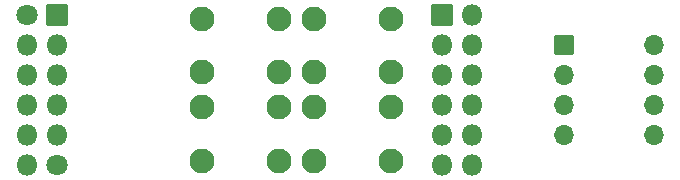
<source format=gts>
%TF.GenerationSoftware,KiCad,Pcbnew,6.0.4-6f826c9f35~116~ubuntu20.04.1*%
%TF.CreationDate,2022-04-18T14:11:44+07:00*%
%TF.ProjectId,pmod-thin-switches,706d6f64-2d74-4686-996e-2d7377697463,1.0*%
%TF.SameCoordinates,Original*%
%TF.FileFunction,Soldermask,Top*%
%TF.FilePolarity,Negative*%
%FSLAX46Y46*%
G04 Gerber Fmt 4.6, Leading zero omitted, Abs format (unit mm)*
G04 Created by KiCad (PCBNEW 6.0.4-6f826c9f35~116~ubuntu20.04.1) date 2022-04-18 14:11:44*
%MOMM*%
%LPD*%
G01*
G04 APERTURE LIST*
G04 Aperture macros list*
%AMRoundRect*
0 Rectangle with rounded corners*
0 $1 Rounding radius*
0 $2 $3 $4 $5 $6 $7 $8 $9 X,Y pos of 4 corners*
0 Add a 4 corners polygon primitive as box body*
4,1,4,$2,$3,$4,$5,$6,$7,$8,$9,$2,$3,0*
0 Add four circle primitives for the rounded corners*
1,1,$1+$1,$2,$3*
1,1,$1+$1,$4,$5*
1,1,$1+$1,$6,$7*
1,1,$1+$1,$8,$9*
0 Add four rect primitives between the rounded corners*
20,1,$1+$1,$2,$3,$4,$5,0*
20,1,$1+$1,$4,$5,$6,$7,0*
20,1,$1+$1,$6,$7,$8,$9,0*
20,1,$1+$1,$8,$9,$2,$3,0*%
G04 Aperture macros list end*
%ADD10C,2.101600*%
%ADD11RoundRect,0.050800X0.850000X0.850000X-0.850000X0.850000X-0.850000X-0.850000X0.850000X-0.850000X0*%
%ADD12O,1.801600X1.801600*%
%ADD13C,1.801600*%
%ADD14RoundRect,0.050800X-0.850000X-0.850000X0.850000X-0.850000X0.850000X0.850000X-0.850000X0.850000X0*%
%ADD15RoundRect,0.050800X-0.800000X-0.800000X0.800000X-0.800000X0.800000X0.800000X-0.800000X0.800000X0*%
%ADD16O,1.701600X1.701600*%
G04 APERTURE END LIST*
D10*
%TO.C,PB1*%
X128940000Y-115500000D03*
X135440000Y-115500000D03*
X135440000Y-111000000D03*
X128940000Y-111000000D03*
%TD*%
%TO.C,PB2*%
X128940000Y-123000000D03*
X135440000Y-123000000D03*
X135440000Y-118500000D03*
X128940000Y-118500000D03*
%TD*%
D11*
%TO.C,J1*%
X116640000Y-110650000D03*
D12*
X116640000Y-113190000D03*
X116640000Y-115730000D03*
X116640000Y-118270000D03*
X116640000Y-120810000D03*
D13*
X116640000Y-123350000D03*
X114100000Y-110650000D03*
D12*
X114100000Y-113190000D03*
X114100000Y-115730000D03*
X114100000Y-118270000D03*
X114100000Y-120810000D03*
X114100000Y-123350000D03*
%TD*%
D14*
%TO.C,J2*%
X149240000Y-110680000D03*
D12*
X151780000Y-110680000D03*
X149240000Y-113220000D03*
X151780000Y-113220000D03*
X149240000Y-115760000D03*
X151780000Y-115760000D03*
X149240000Y-118300000D03*
X151780000Y-118300000D03*
X149240000Y-120840000D03*
X151780000Y-120840000D03*
X149240000Y-123380000D03*
X151780000Y-123380000D03*
%TD*%
D15*
%TO.C,SW1*%
X159550000Y-113200000D03*
D16*
X159550000Y-115740000D03*
X159550000Y-118280000D03*
X159550000Y-120820000D03*
X167170000Y-120820000D03*
X167170000Y-118280000D03*
X167170000Y-115740000D03*
X167170000Y-113200000D03*
%TD*%
D10*
%TO.C,PB3*%
X144940000Y-111000000D03*
X138440000Y-111000000D03*
X144940000Y-115500000D03*
X138440000Y-115500000D03*
%TD*%
%TO.C,PB4*%
X138440000Y-118500000D03*
X144940000Y-118500000D03*
X144940000Y-123000000D03*
X138440000Y-123000000D03*
%TD*%
M02*

</source>
